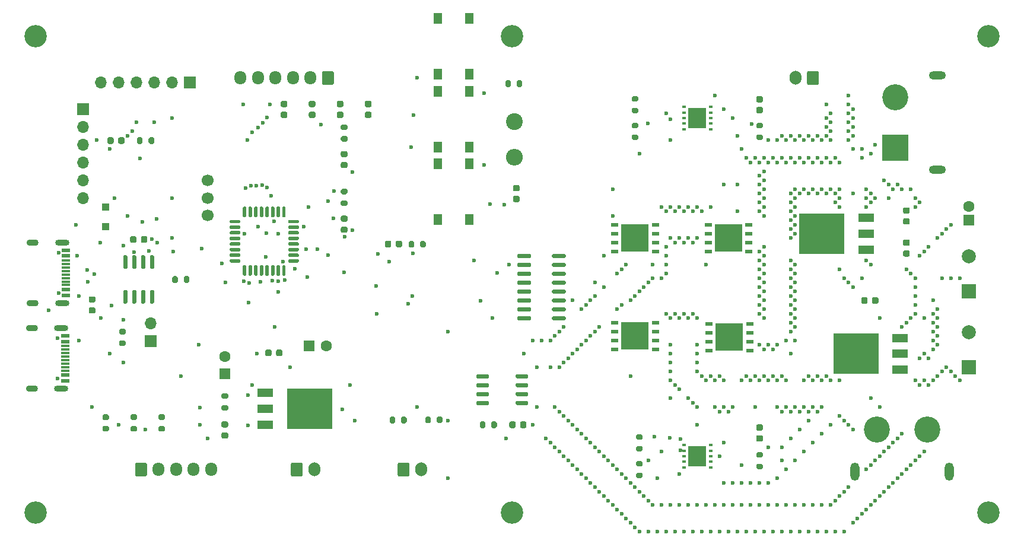
<source format=gts>
G04 #@! TF.GenerationSoftware,KiCad,Pcbnew,(5.1.12)-1*
G04 #@! TF.CreationDate,2022-01-12T16:51:38+09:00*
G04 #@! TF.ProjectId,NHK2022_MD_product,4e484b32-3032-4325-9f4d-445f70726f64,rev?*
G04 #@! TF.SameCoordinates,PX3c8eee0PY853a720*
G04 #@! TF.FileFunction,Soldermask,Top*
G04 #@! TF.FilePolarity,Negative*
%FSLAX46Y46*%
G04 Gerber Fmt 4.6, Leading zero omitted, Abs format (unit mm)*
G04 Created by KiCad (PCBNEW (5.1.12)-1) date 2022-01-12 16:51:38*
%MOMM*%
%LPD*%
G01*
G04 APERTURE LIST*
%ADD10R,1.100000X0.500000*%
%ADD11R,4.000000X4.000000*%
%ADD12O,2.000000X0.900000*%
%ADD13O,1.700000X0.900000*%
%ADD14R,1.160000X0.300000*%
%ADD15C,0.600000*%
%ADD16R,1.160000X0.600000*%
%ADD17C,3.200000*%
%ADD18R,1.600000X1.600000*%
%ADD19C,1.600000*%
%ADD20C,2.000000*%
%ADD21R,2.000000X2.000000*%
%ADD22R,1.100000X1.100000*%
%ADD23R,1.700000X1.700000*%
%ADD24O,1.700000X1.700000*%
%ADD25C,2.400000*%
%ADD26O,2.400000X2.400000*%
%ADD27R,1.300000X1.550000*%
%ADD28R,0.600000X0.300000*%
%ADD29R,2.600000X3.000000*%
%ADD30R,2.200000X1.200000*%
%ADD31R,6.400000X5.800000*%
%ADD32C,1.700000*%
%ADD33C,3.716000*%
%ADD34O,1.300000X2.600000*%
%ADD35R,3.716000X3.716000*%
%ADD36O,2.400000X1.200000*%
%ADD37O,1.700000X2.000000*%
%ADD38O,1.700000X1.950000*%
G04 APERTURE END LIST*
D10*
X73935000Y12065000D03*
X79735000Y9525000D03*
X73935000Y8255000D03*
D11*
X76835000Y10160000D03*
D10*
X73935000Y9525000D03*
X79735000Y12065000D03*
X79735000Y8255000D03*
X73935000Y10795000D03*
X79735000Y10795000D03*
X87405000Y11930000D03*
X93205000Y9390000D03*
X87405000Y8120000D03*
D11*
X90305000Y10025000D03*
D10*
X87405000Y9390000D03*
X93205000Y11930000D03*
X93205000Y8120000D03*
X87405000Y10660000D03*
X93205000Y10660000D03*
X73935000Y26035000D03*
X79735000Y23495000D03*
X73935000Y22225000D03*
D11*
X76835000Y24130000D03*
D10*
X73935000Y23495000D03*
X79735000Y26035000D03*
X79735000Y22225000D03*
X73935000Y24765000D03*
X79735000Y24765000D03*
X87270000Y26035000D03*
X93070000Y23495000D03*
X87270000Y22225000D03*
D11*
X90170000Y24130000D03*
D10*
X87270000Y23495000D03*
X93070000Y26035000D03*
X93070000Y22225000D03*
X87270000Y24765000D03*
X93070000Y24765000D03*
D12*
X-4930000Y23515000D03*
X-4930000Y14875000D03*
D13*
X-9100000Y23515000D03*
X-9100000Y14875000D03*
D14*
X-4350000Y19945000D03*
X-4350000Y19445000D03*
X-4350000Y18945000D03*
X-4350000Y20945000D03*
X-4350000Y20445000D03*
X-4350000Y17945000D03*
X-4350000Y18445000D03*
X-4350000Y17445000D03*
D15*
X-5410000Y16305000D03*
X-5410000Y22085000D03*
D16*
X-4350000Y21595000D03*
X-4350000Y21595000D03*
X-4350000Y22395000D03*
X-4350000Y22395000D03*
X-4350000Y16795000D03*
X-4350000Y15995000D03*
X-4350000Y16795000D03*
X-4350000Y15995000D03*
D17*
X-8700000Y-15050000D03*
X127300000Y-15050000D03*
X59300000Y-15050000D03*
X127300000Y52950000D03*
X59300000Y52950000D03*
X-8700000Y52950000D03*
G36*
G01*
X94865000Y-3345000D02*
X94365000Y-3345000D01*
G75*
G02*
X94140000Y-3120000I0J225000D01*
G01*
X94140000Y-2670000D01*
G75*
G02*
X94365000Y-2445000I225000J0D01*
G01*
X94865000Y-2445000D01*
G75*
G02*
X95090000Y-2670000I0J-225000D01*
G01*
X95090000Y-3120000D01*
G75*
G02*
X94865000Y-3345000I-225000J0D01*
G01*
G37*
G36*
G01*
X94865000Y-4895000D02*
X94365000Y-4895000D01*
G75*
G02*
X94140000Y-4670000I0J225000D01*
G01*
X94140000Y-4220000D01*
G75*
G02*
X94365000Y-3995000I225000J0D01*
G01*
X94865000Y-3995000D01*
G75*
G02*
X95090000Y-4220000I0J-225000D01*
G01*
X95090000Y-4670000D01*
G75*
G02*
X94865000Y-4895000I-225000J0D01*
G01*
G37*
G36*
G01*
X94865000Y41955000D02*
X94365000Y41955000D01*
G75*
G02*
X94140000Y42180000I0J225000D01*
G01*
X94140000Y42630000D01*
G75*
G02*
X94365000Y42855000I225000J0D01*
G01*
X94865000Y42855000D01*
G75*
G02*
X95090000Y42630000I0J-225000D01*
G01*
X95090000Y42180000D01*
G75*
G02*
X94865000Y41955000I-225000J0D01*
G01*
G37*
G36*
G01*
X94865000Y43505000D02*
X94365000Y43505000D01*
G75*
G02*
X94140000Y43730000I0J225000D01*
G01*
X94140000Y44180000D01*
G75*
G02*
X94365000Y44405000I225000J0D01*
G01*
X94865000Y44405000D01*
G75*
G02*
X95090000Y44180000I0J-225000D01*
G01*
X95090000Y43730000D01*
G75*
G02*
X94865000Y43505000I-225000J0D01*
G01*
G37*
G36*
G01*
X109125000Y14990000D02*
X109125000Y15490000D01*
G75*
G02*
X109350000Y15715000I225000J0D01*
G01*
X109800000Y15715000D01*
G75*
G02*
X110025000Y15490000I0J-225000D01*
G01*
X110025000Y14990000D01*
G75*
G02*
X109800000Y14765000I-225000J0D01*
G01*
X109350000Y14765000D01*
G75*
G02*
X109125000Y14990000I0J225000D01*
G01*
G37*
G36*
G01*
X110675000Y14990000D02*
X110675000Y15490000D01*
G75*
G02*
X110900000Y15715000I225000J0D01*
G01*
X111350000Y15715000D01*
G75*
G02*
X111575000Y15490000I0J-225000D01*
G01*
X111575000Y14990000D01*
G75*
G02*
X111350000Y14765000I-225000J0D01*
G01*
X110900000Y14765000D01*
G75*
G02*
X110675000Y14990000I0J225000D01*
G01*
G37*
D18*
X124460000Y26670000D03*
D19*
X124460000Y28670000D03*
G36*
G01*
X41150000Y23050000D02*
X41150000Y23550000D01*
G75*
G02*
X41375000Y23775000I225000J0D01*
G01*
X41825000Y23775000D01*
G75*
G02*
X42050000Y23550000I0J-225000D01*
G01*
X42050000Y23050000D01*
G75*
G02*
X41825000Y22825000I-225000J0D01*
G01*
X41375000Y22825000D01*
G75*
G02*
X41150000Y23050000I0J225000D01*
G01*
G37*
G36*
G01*
X42700000Y23050000D02*
X42700000Y23550000D01*
G75*
G02*
X42925000Y23775000I225000J0D01*
G01*
X43375000Y23775000D01*
G75*
G02*
X43600000Y23550000I0J-225000D01*
G01*
X43600000Y23050000D01*
G75*
G02*
X43375000Y22825000I-225000J0D01*
G01*
X42925000Y22825000D01*
G75*
G02*
X42700000Y23050000I0J225000D01*
G01*
G37*
G36*
G01*
X59805000Y-2240000D02*
X59805000Y-2740000D01*
G75*
G02*
X59580000Y-2965000I-225000J0D01*
G01*
X59130000Y-2965000D01*
G75*
G02*
X58905000Y-2740000I0J225000D01*
G01*
X58905000Y-2240000D01*
G75*
G02*
X59130000Y-2015000I225000J0D01*
G01*
X59580000Y-2015000D01*
G75*
G02*
X59805000Y-2240000I0J-225000D01*
G01*
G37*
G36*
G01*
X61355000Y-2240000D02*
X61355000Y-2740000D01*
G75*
G02*
X61130000Y-2965000I-225000J0D01*
G01*
X60680000Y-2965000D01*
G75*
G02*
X60455000Y-2740000I0J225000D01*
G01*
X60455000Y-2240000D01*
G75*
G02*
X60680000Y-2015000I225000J0D01*
G01*
X61130000Y-2015000D01*
G75*
G02*
X61355000Y-2240000I0J-225000D01*
G01*
G37*
D20*
X124460000Y21510000D03*
D21*
X124460000Y16510000D03*
G36*
G01*
X115820000Y27630000D02*
X115320000Y27630000D01*
G75*
G02*
X115095000Y27855000I0J225000D01*
G01*
X115095000Y28305000D01*
G75*
G02*
X115320000Y28530000I225000J0D01*
G01*
X115820000Y28530000D01*
G75*
G02*
X116045000Y28305000I0J-225000D01*
G01*
X116045000Y27855000D01*
G75*
G02*
X115820000Y27630000I-225000J0D01*
G01*
G37*
G36*
G01*
X115820000Y26080000D02*
X115320000Y26080000D01*
G75*
G02*
X115095000Y26305000I0J225000D01*
G01*
X115095000Y26755000D01*
G75*
G02*
X115320000Y26980000I225000J0D01*
G01*
X115820000Y26980000D01*
G75*
G02*
X116045000Y26755000I0J-225000D01*
G01*
X116045000Y26305000D01*
G75*
G02*
X115820000Y26080000I-225000J0D01*
G01*
G37*
G36*
G01*
X115820000Y23045000D02*
X115320000Y23045000D01*
G75*
G02*
X115095000Y23270000I0J225000D01*
G01*
X115095000Y23720000D01*
G75*
G02*
X115320000Y23945000I225000J0D01*
G01*
X115820000Y23945000D01*
G75*
G02*
X116045000Y23720000I0J-225000D01*
G01*
X116045000Y23270000D01*
G75*
G02*
X115820000Y23045000I-225000J0D01*
G01*
G37*
G36*
G01*
X115820000Y21495000D02*
X115320000Y21495000D01*
G75*
G02*
X115095000Y21720000I0J225000D01*
G01*
X115095000Y22170000D01*
G75*
G02*
X115320000Y22395000I225000J0D01*
G01*
X115820000Y22395000D01*
G75*
G02*
X116045000Y22170000I0J-225000D01*
G01*
X116045000Y21720000D01*
G75*
G02*
X115820000Y21495000I-225000J0D01*
G01*
G37*
X124460000Y5715000D03*
D20*
X124460000Y10715000D03*
G36*
G01*
X1540000Y37810000D02*
X1540000Y38310000D01*
G75*
G02*
X1765000Y38535000I225000J0D01*
G01*
X2215000Y38535000D01*
G75*
G02*
X2440000Y38310000I0J-225000D01*
G01*
X2440000Y37810000D01*
G75*
G02*
X2215000Y37585000I-225000J0D01*
G01*
X1765000Y37585000D01*
G75*
G02*
X1540000Y37810000I0J225000D01*
G01*
G37*
G36*
G01*
X3090000Y37810000D02*
X3090000Y38310000D01*
G75*
G02*
X3315000Y38535000I225000J0D01*
G01*
X3765000Y38535000D01*
G75*
G02*
X3990000Y38310000I0J-225000D01*
G01*
X3990000Y37810000D01*
G75*
G02*
X3765000Y37585000I-225000J0D01*
G01*
X3315000Y37585000D01*
G75*
G02*
X3090000Y37810000I0J225000D01*
G01*
G37*
D18*
X30300000Y8760000D03*
D19*
X32800000Y8760000D03*
G36*
G01*
X25625000Y7510000D02*
X25625000Y8010000D01*
G75*
G02*
X25850000Y8235000I225000J0D01*
G01*
X26300000Y8235000D01*
G75*
G02*
X26525000Y8010000I0J-225000D01*
G01*
X26525000Y7510000D01*
G75*
G02*
X26300000Y7285000I-225000J0D01*
G01*
X25850000Y7285000D01*
G75*
G02*
X25625000Y7510000I0J225000D01*
G01*
G37*
G36*
G01*
X24075000Y7510000D02*
X24075000Y8010000D01*
G75*
G02*
X24300000Y8235000I225000J0D01*
G01*
X24750000Y8235000D01*
G75*
G02*
X24975000Y8010000I0J-225000D01*
G01*
X24975000Y7510000D01*
G75*
G02*
X24750000Y7285000I-225000J0D01*
G01*
X24300000Y7285000D01*
G75*
G02*
X24075000Y7510000I0J225000D01*
G01*
G37*
G36*
G01*
X27010000Y41285000D02*
X26510000Y41285000D01*
G75*
G02*
X26285000Y41510000I0J225000D01*
G01*
X26285000Y41960000D01*
G75*
G02*
X26510000Y42185000I225000J0D01*
G01*
X27010000Y42185000D01*
G75*
G02*
X27235000Y41960000I0J-225000D01*
G01*
X27235000Y41510000D01*
G75*
G02*
X27010000Y41285000I-225000J0D01*
G01*
G37*
G36*
G01*
X27010000Y42835000D02*
X26510000Y42835000D01*
G75*
G02*
X26285000Y43060000I0J225000D01*
G01*
X26285000Y43510000D01*
G75*
G02*
X26510000Y43735000I225000J0D01*
G01*
X27010000Y43735000D01*
G75*
G02*
X27235000Y43510000I0J-225000D01*
G01*
X27235000Y43060000D01*
G75*
G02*
X27010000Y42835000I-225000J0D01*
G01*
G37*
G36*
G01*
X31010000Y42835000D02*
X30510000Y42835000D01*
G75*
G02*
X30285000Y43060000I0J225000D01*
G01*
X30285000Y43510000D01*
G75*
G02*
X30510000Y43735000I225000J0D01*
G01*
X31010000Y43735000D01*
G75*
G02*
X31235000Y43510000I0J-225000D01*
G01*
X31235000Y43060000D01*
G75*
G02*
X31010000Y42835000I-225000J0D01*
G01*
G37*
G36*
G01*
X31010000Y41285000D02*
X30510000Y41285000D01*
G75*
G02*
X30285000Y41510000I0J225000D01*
G01*
X30285000Y41960000D01*
G75*
G02*
X30510000Y42185000I225000J0D01*
G01*
X31010000Y42185000D01*
G75*
G02*
X31235000Y41960000I0J-225000D01*
G01*
X31235000Y41510000D01*
G75*
G02*
X31010000Y41285000I-225000J0D01*
G01*
G37*
X18300000Y7260000D03*
D18*
X18300000Y4760000D03*
G36*
G01*
X35010000Y41285000D02*
X34510000Y41285000D01*
G75*
G02*
X34285000Y41510000I0J225000D01*
G01*
X34285000Y41960000D01*
G75*
G02*
X34510000Y42185000I225000J0D01*
G01*
X35010000Y42185000D01*
G75*
G02*
X35235000Y41960000I0J-225000D01*
G01*
X35235000Y41510000D01*
G75*
G02*
X35010000Y41285000I-225000J0D01*
G01*
G37*
G36*
G01*
X35010000Y42835000D02*
X34510000Y42835000D01*
G75*
G02*
X34285000Y43060000I0J225000D01*
G01*
X34285000Y43510000D01*
G75*
G02*
X34510000Y43735000I225000J0D01*
G01*
X35010000Y43735000D01*
G75*
G02*
X35235000Y43510000I0J-225000D01*
G01*
X35235000Y43060000D01*
G75*
G02*
X35010000Y42835000I-225000J0D01*
G01*
G37*
G36*
G01*
X39010000Y42835000D02*
X38510000Y42835000D01*
G75*
G02*
X38285000Y43060000I0J225000D01*
G01*
X38285000Y43510000D01*
G75*
G02*
X38510000Y43735000I225000J0D01*
G01*
X39010000Y43735000D01*
G75*
G02*
X39235000Y43510000I0J-225000D01*
G01*
X39235000Y43060000D01*
G75*
G02*
X39010000Y42835000I-225000J0D01*
G01*
G37*
G36*
G01*
X39010000Y41285000D02*
X38510000Y41285000D01*
G75*
G02*
X38285000Y41510000I0J225000D01*
G01*
X38285000Y41960000D01*
G75*
G02*
X38510000Y42185000I225000J0D01*
G01*
X39010000Y42185000D01*
G75*
G02*
X39235000Y41960000I0J-225000D01*
G01*
X39235000Y41510000D01*
G75*
G02*
X39010000Y41285000I-225000J0D01*
G01*
G37*
G36*
G01*
X4785000Y23700000D02*
X4785000Y24200000D01*
G75*
G02*
X5010000Y24425000I225000J0D01*
G01*
X5460000Y24425000D01*
G75*
G02*
X5685000Y24200000I0J-225000D01*
G01*
X5685000Y23700000D01*
G75*
G02*
X5460000Y23475000I-225000J0D01*
G01*
X5010000Y23475000D01*
G75*
G02*
X4785000Y23700000I0J225000D01*
G01*
G37*
G36*
G01*
X6335000Y23700000D02*
X6335000Y24200000D01*
G75*
G02*
X6560000Y24425000I225000J0D01*
G01*
X7010000Y24425000D01*
G75*
G02*
X7235000Y24200000I0J-225000D01*
G01*
X7235000Y23700000D01*
G75*
G02*
X7010000Y23475000I-225000J0D01*
G01*
X6560000Y23475000D01*
G75*
G02*
X6335000Y23700000I0J225000D01*
G01*
G37*
G36*
G01*
X60150000Y29275000D02*
X59650000Y29275000D01*
G75*
G02*
X59425000Y29500000I0J225000D01*
G01*
X59425000Y29950000D01*
G75*
G02*
X59650000Y30175000I225000J0D01*
G01*
X60150000Y30175000D01*
G75*
G02*
X60375000Y29950000I0J-225000D01*
G01*
X60375000Y29500000D01*
G75*
G02*
X60150000Y29275000I-225000J0D01*
G01*
G37*
G36*
G01*
X60150000Y30825000D02*
X59650000Y30825000D01*
G75*
G02*
X59425000Y31050000I0J225000D01*
G01*
X59425000Y31500000D01*
G75*
G02*
X59650000Y31725000I225000J0D01*
G01*
X60150000Y31725000D01*
G75*
G02*
X60375000Y31500000I0J-225000D01*
G01*
X60375000Y31050000D01*
G75*
G02*
X60150000Y30825000I-225000J0D01*
G01*
G37*
D22*
X1270000Y25775000D03*
X1270000Y28575000D03*
G36*
G01*
X18556250Y-4465000D02*
X18043750Y-4465000D01*
G75*
G02*
X17825000Y-4246250I0J218750D01*
G01*
X17825000Y-3808750D01*
G75*
G02*
X18043750Y-3590000I218750J0D01*
G01*
X18556250Y-3590000D01*
G75*
G02*
X18775000Y-3808750I0J-218750D01*
G01*
X18775000Y-4246250D01*
G75*
G02*
X18556250Y-4465000I-218750J0D01*
G01*
G37*
G36*
G01*
X18556250Y-2890000D02*
X18043750Y-2890000D01*
G75*
G02*
X17825000Y-2671250I0J218750D01*
G01*
X17825000Y-2233750D01*
G75*
G02*
X18043750Y-2015000I218750J0D01*
G01*
X18556250Y-2015000D01*
G75*
G02*
X18775000Y-2233750I0J-218750D01*
G01*
X18775000Y-2671250D01*
G75*
G02*
X18556250Y-2890000I-218750J0D01*
G01*
G37*
G36*
G01*
X35591250Y34122500D02*
X35078750Y34122500D01*
G75*
G02*
X34860000Y34341250I0J218750D01*
G01*
X34860000Y34778750D01*
G75*
G02*
X35078750Y34997500I218750J0D01*
G01*
X35591250Y34997500D01*
G75*
G02*
X35810000Y34778750I0J-218750D01*
G01*
X35810000Y34341250D01*
G75*
G02*
X35591250Y34122500I-218750J0D01*
G01*
G37*
G36*
G01*
X35591250Y35697500D02*
X35078750Y35697500D01*
G75*
G02*
X34860000Y35916250I0J218750D01*
G01*
X34860000Y36353750D01*
G75*
G02*
X35078750Y36572500I218750J0D01*
G01*
X35591250Y36572500D01*
G75*
G02*
X35810000Y36353750I0J-218750D01*
G01*
X35810000Y35916250D01*
G75*
G02*
X35591250Y35697500I-218750J0D01*
G01*
G37*
G36*
G01*
X35591250Y26485000D02*
X35078750Y26485000D01*
G75*
G02*
X34860000Y26703750I0J218750D01*
G01*
X34860000Y27141250D01*
G75*
G02*
X35078750Y27360000I218750J0D01*
G01*
X35591250Y27360000D01*
G75*
G02*
X35810000Y27141250I0J-218750D01*
G01*
X35810000Y26703750D01*
G75*
G02*
X35591250Y26485000I-218750J0D01*
G01*
G37*
G36*
G01*
X35591250Y24910000D02*
X35078750Y24910000D01*
G75*
G02*
X34860000Y25128750I0J218750D01*
G01*
X34860000Y25566250D01*
G75*
G02*
X35078750Y25785000I218750J0D01*
G01*
X35591250Y25785000D01*
G75*
G02*
X35810000Y25566250I0J-218750D01*
G01*
X35810000Y25128750D01*
G75*
G02*
X35591250Y24910000I-218750J0D01*
G01*
G37*
D23*
X7750000Y9450000D03*
D24*
X7750000Y11990000D03*
D25*
X59660000Y40780000D03*
D26*
X59660000Y35700000D03*
G36*
G01*
X77195000Y-5505000D02*
X77745000Y-5505000D01*
G75*
G02*
X77945000Y-5705000I0J-200000D01*
G01*
X77945000Y-6105000D01*
G75*
G02*
X77745000Y-6305000I-200000J0D01*
G01*
X77195000Y-6305000D01*
G75*
G02*
X76995000Y-6105000I0J200000D01*
G01*
X76995000Y-5705000D01*
G75*
G02*
X77195000Y-5505000I200000J0D01*
G01*
G37*
G36*
G01*
X77195000Y-3855000D02*
X77745000Y-3855000D01*
G75*
G02*
X77945000Y-4055000I0J-200000D01*
G01*
X77945000Y-4455000D01*
G75*
G02*
X77745000Y-4655000I-200000J0D01*
G01*
X77195000Y-4655000D01*
G75*
G02*
X76995000Y-4455000I0J200000D01*
G01*
X76995000Y-4055000D01*
G75*
G02*
X77195000Y-3855000I200000J0D01*
G01*
G37*
G36*
G01*
X77195000Y-7665000D02*
X77745000Y-7665000D01*
G75*
G02*
X77945000Y-7865000I0J-200000D01*
G01*
X77945000Y-8265000D01*
G75*
G02*
X77745000Y-8465000I-200000J0D01*
G01*
X77195000Y-8465000D01*
G75*
G02*
X76995000Y-8265000I0J200000D01*
G01*
X76995000Y-7865000D01*
G75*
G02*
X77195000Y-7665000I200000J0D01*
G01*
G37*
G36*
G01*
X77195000Y-9315000D02*
X77745000Y-9315000D01*
G75*
G02*
X77945000Y-9515000I0J-200000D01*
G01*
X77945000Y-9915000D01*
G75*
G02*
X77745000Y-10115000I-200000J0D01*
G01*
X77195000Y-10115000D01*
G75*
G02*
X76995000Y-9915000I0J200000D01*
G01*
X76995000Y-9515000D01*
G75*
G02*
X77195000Y-9315000I200000J0D01*
G01*
G37*
G36*
G01*
X94340000Y-8045000D02*
X94890000Y-8045000D01*
G75*
G02*
X95090000Y-8245000I0J-200000D01*
G01*
X95090000Y-8645000D01*
G75*
G02*
X94890000Y-8845000I-200000J0D01*
G01*
X94340000Y-8845000D01*
G75*
G02*
X94140000Y-8645000I0J200000D01*
G01*
X94140000Y-8245000D01*
G75*
G02*
X94340000Y-8045000I200000J0D01*
G01*
G37*
G36*
G01*
X94340000Y-6395000D02*
X94890000Y-6395000D01*
G75*
G02*
X95090000Y-6595000I0J-200000D01*
G01*
X95090000Y-6995000D01*
G75*
G02*
X94890000Y-7195000I-200000J0D01*
G01*
X94340000Y-7195000D01*
G75*
G02*
X94140000Y-6995000I0J200000D01*
G01*
X94140000Y-6595000D01*
G75*
G02*
X94340000Y-6395000I200000J0D01*
G01*
G37*
G36*
G01*
X94340000Y38945000D02*
X94890000Y38945000D01*
G75*
G02*
X95090000Y38745000I0J-200000D01*
G01*
X95090000Y38345000D01*
G75*
G02*
X94890000Y38145000I-200000J0D01*
G01*
X94340000Y38145000D01*
G75*
G02*
X94140000Y38345000I0J200000D01*
G01*
X94140000Y38745000D01*
G75*
G02*
X94340000Y38945000I200000J0D01*
G01*
G37*
G36*
G01*
X94340000Y40595000D02*
X94890000Y40595000D01*
G75*
G02*
X95090000Y40395000I0J-200000D01*
G01*
X95090000Y39995000D01*
G75*
G02*
X94890000Y39795000I-200000J0D01*
G01*
X94340000Y39795000D01*
G75*
G02*
X94140000Y39995000I0J200000D01*
G01*
X94140000Y40395000D01*
G75*
G02*
X94340000Y40595000I200000J0D01*
G01*
G37*
G36*
G01*
X76560000Y40595000D02*
X77110000Y40595000D01*
G75*
G02*
X77310000Y40395000I0J-200000D01*
G01*
X77310000Y39995000D01*
G75*
G02*
X77110000Y39795000I-200000J0D01*
G01*
X76560000Y39795000D01*
G75*
G02*
X76360000Y39995000I0J200000D01*
G01*
X76360000Y40395000D01*
G75*
G02*
X76560000Y40595000I200000J0D01*
G01*
G37*
G36*
G01*
X76560000Y38945000D02*
X77110000Y38945000D01*
G75*
G02*
X77310000Y38745000I0J-200000D01*
G01*
X77310000Y38345000D01*
G75*
G02*
X77110000Y38145000I-200000J0D01*
G01*
X76560000Y38145000D01*
G75*
G02*
X76360000Y38345000I0J200000D01*
G01*
X76360000Y38745000D01*
G75*
G02*
X76560000Y38945000I200000J0D01*
G01*
G37*
G36*
G01*
X76560000Y42755000D02*
X77110000Y42755000D01*
G75*
G02*
X77310000Y42555000I0J-200000D01*
G01*
X77310000Y42155000D01*
G75*
G02*
X77110000Y41955000I-200000J0D01*
G01*
X76560000Y41955000D01*
G75*
G02*
X76360000Y42155000I0J200000D01*
G01*
X76360000Y42555000D01*
G75*
G02*
X76560000Y42755000I200000J0D01*
G01*
G37*
G36*
G01*
X76560000Y44405000D02*
X77110000Y44405000D01*
G75*
G02*
X77310000Y44205000I0J-200000D01*
G01*
X77310000Y43805000D01*
G75*
G02*
X77110000Y43605000I-200000J0D01*
G01*
X76560000Y43605000D01*
G75*
G02*
X76360000Y43805000I0J200000D01*
G01*
X76360000Y44205000D01*
G75*
G02*
X76560000Y44405000I200000J0D01*
G01*
G37*
G36*
G01*
X57130000Y-2215000D02*
X57130000Y-2765000D01*
G75*
G02*
X56930000Y-2965000I-200000J0D01*
G01*
X56530000Y-2965000D01*
G75*
G02*
X56330000Y-2765000I0J200000D01*
G01*
X56330000Y-2215000D01*
G75*
G02*
X56530000Y-2015000I200000J0D01*
G01*
X56930000Y-2015000D01*
G75*
G02*
X57130000Y-2215000I0J-200000D01*
G01*
G37*
G36*
G01*
X55480000Y-2215000D02*
X55480000Y-2765000D01*
G75*
G02*
X55280000Y-2965000I-200000J0D01*
G01*
X54880000Y-2965000D01*
G75*
G02*
X54680000Y-2765000I0J200000D01*
G01*
X54680000Y-2215000D01*
G75*
G02*
X54880000Y-2015000I200000J0D01*
G01*
X55280000Y-2015000D01*
G75*
G02*
X55480000Y-2215000I0J-200000D01*
G01*
G37*
G36*
G01*
X8215000Y38335000D02*
X8215000Y37785000D01*
G75*
G02*
X8015000Y37585000I-200000J0D01*
G01*
X7615000Y37585000D01*
G75*
G02*
X7415000Y37785000I0J200000D01*
G01*
X7415000Y38335000D01*
G75*
G02*
X7615000Y38535000I200000J0D01*
G01*
X8015000Y38535000D01*
G75*
G02*
X8215000Y38335000I0J-200000D01*
G01*
G37*
G36*
G01*
X6565000Y38335000D02*
X6565000Y37785000D01*
G75*
G02*
X6365000Y37585000I-200000J0D01*
G01*
X5965000Y37585000D01*
G75*
G02*
X5765000Y37785000I0J200000D01*
G01*
X5765000Y38335000D01*
G75*
G02*
X5965000Y38535000I200000J0D01*
G01*
X6365000Y38535000D01*
G75*
G02*
X6565000Y38335000I0J-200000D01*
G01*
G37*
G36*
G01*
X13245000Y18515000D02*
X13245000Y17965000D01*
G75*
G02*
X13045000Y17765000I-200000J0D01*
G01*
X12645000Y17765000D01*
G75*
G02*
X12445000Y17965000I0J200000D01*
G01*
X12445000Y18515000D01*
G75*
G02*
X12645000Y18715000I200000J0D01*
G01*
X13045000Y18715000D01*
G75*
G02*
X13245000Y18515000I0J-200000D01*
G01*
G37*
G36*
G01*
X11595000Y18515000D02*
X11595000Y17965000D01*
G75*
G02*
X11395000Y17765000I-200000J0D01*
G01*
X10995000Y17765000D01*
G75*
G02*
X10795000Y17965000I0J200000D01*
G01*
X10795000Y18515000D01*
G75*
G02*
X10995000Y18715000I200000J0D01*
G01*
X11395000Y18715000D01*
G75*
G02*
X11595000Y18515000I0J-200000D01*
G01*
G37*
G36*
G01*
X18575000Y-465000D02*
X18025000Y-465000D01*
G75*
G02*
X17825000Y-265000I0J200000D01*
G01*
X17825000Y135000D01*
G75*
G02*
X18025000Y335000I200000J0D01*
G01*
X18575000Y335000D01*
G75*
G02*
X18775000Y135000I0J-200000D01*
G01*
X18775000Y-265000D01*
G75*
G02*
X18575000Y-465000I-200000J0D01*
G01*
G37*
G36*
G01*
X18575000Y1185000D02*
X18025000Y1185000D01*
G75*
G02*
X17825000Y1385000I0J200000D01*
G01*
X17825000Y1785000D01*
G75*
G02*
X18025000Y1985000I200000J0D01*
G01*
X18575000Y1985000D01*
G75*
G02*
X18775000Y1785000I0J-200000D01*
G01*
X18775000Y1385000D01*
G75*
G02*
X18575000Y1185000I-200000J0D01*
G01*
G37*
G36*
G01*
X1575000Y-3465000D02*
X1025000Y-3465000D01*
G75*
G02*
X825000Y-3265000I0J200000D01*
G01*
X825000Y-2865000D01*
G75*
G02*
X1025000Y-2665000I200000J0D01*
G01*
X1575000Y-2665000D01*
G75*
G02*
X1775000Y-2865000I0J-200000D01*
G01*
X1775000Y-3265000D01*
G75*
G02*
X1575000Y-3465000I-200000J0D01*
G01*
G37*
G36*
G01*
X1575000Y-1815000D02*
X1025000Y-1815000D01*
G75*
G02*
X825000Y-1615000I0J200000D01*
G01*
X825000Y-1215000D01*
G75*
G02*
X1025000Y-1015000I200000J0D01*
G01*
X1575000Y-1015000D01*
G75*
G02*
X1775000Y-1215000I0J-200000D01*
G01*
X1775000Y-1615000D01*
G75*
G02*
X1575000Y-1815000I-200000J0D01*
G01*
G37*
G36*
G01*
X3415000Y11185000D02*
X3965000Y11185000D01*
G75*
G02*
X4165000Y10985000I0J-200000D01*
G01*
X4165000Y10585000D01*
G75*
G02*
X3965000Y10385000I-200000J0D01*
G01*
X3415000Y10385000D01*
G75*
G02*
X3215000Y10585000I0J200000D01*
G01*
X3215000Y10985000D01*
G75*
G02*
X3415000Y11185000I200000J0D01*
G01*
G37*
G36*
G01*
X3415000Y9535000D02*
X3965000Y9535000D01*
G75*
G02*
X4165000Y9335000I0J-200000D01*
G01*
X4165000Y8935000D01*
G75*
G02*
X3965000Y8735000I-200000J0D01*
G01*
X3415000Y8735000D01*
G75*
G02*
X3215000Y8935000I0J200000D01*
G01*
X3215000Y9335000D01*
G75*
G02*
X3415000Y9535000I200000J0D01*
G01*
G37*
G36*
G01*
X5575000Y-1815000D02*
X5025000Y-1815000D01*
G75*
G02*
X4825000Y-1615000I0J200000D01*
G01*
X4825000Y-1215000D01*
G75*
G02*
X5025000Y-1015000I200000J0D01*
G01*
X5575000Y-1015000D01*
G75*
G02*
X5775000Y-1215000I0J-200000D01*
G01*
X5775000Y-1615000D01*
G75*
G02*
X5575000Y-1815000I-200000J0D01*
G01*
G37*
G36*
G01*
X5575000Y-3465000D02*
X5025000Y-3465000D01*
G75*
G02*
X4825000Y-3265000I0J200000D01*
G01*
X4825000Y-2865000D01*
G75*
G02*
X5025000Y-2665000I200000J0D01*
G01*
X5575000Y-2665000D01*
G75*
G02*
X5775000Y-2865000I0J-200000D01*
G01*
X5775000Y-3265000D01*
G75*
G02*
X5575000Y-3465000I-200000J0D01*
G01*
G37*
G36*
G01*
X9575000Y-3465000D02*
X9025000Y-3465000D01*
G75*
G02*
X8825000Y-3265000I0J200000D01*
G01*
X8825000Y-2865000D01*
G75*
G02*
X9025000Y-2665000I200000J0D01*
G01*
X9575000Y-2665000D01*
G75*
G02*
X9775000Y-2865000I0J-200000D01*
G01*
X9775000Y-3265000D01*
G75*
G02*
X9575000Y-3465000I-200000J0D01*
G01*
G37*
G36*
G01*
X9575000Y-1815000D02*
X9025000Y-1815000D01*
G75*
G02*
X8825000Y-1615000I0J200000D01*
G01*
X8825000Y-1215000D01*
G75*
G02*
X9025000Y-1015000I200000J0D01*
G01*
X9575000Y-1015000D01*
G75*
G02*
X9775000Y-1215000I0J-200000D01*
G01*
X9775000Y-1615000D01*
G75*
G02*
X9575000Y-1815000I-200000J0D01*
G01*
G37*
G36*
G01*
X35610000Y39560000D02*
X35060000Y39560000D01*
G75*
G02*
X34860000Y39760000I0J200000D01*
G01*
X34860000Y40160000D01*
G75*
G02*
X35060000Y40360000I200000J0D01*
G01*
X35610000Y40360000D01*
G75*
G02*
X35810000Y40160000I0J-200000D01*
G01*
X35810000Y39760000D01*
G75*
G02*
X35610000Y39560000I-200000J0D01*
G01*
G37*
G36*
G01*
X35610000Y37910000D02*
X35060000Y37910000D01*
G75*
G02*
X34860000Y38110000I0J200000D01*
G01*
X34860000Y38510000D01*
G75*
G02*
X35060000Y38710000I200000J0D01*
G01*
X35610000Y38710000D01*
G75*
G02*
X35810000Y38510000I0J-200000D01*
G01*
X35810000Y38110000D01*
G75*
G02*
X35610000Y37910000I-200000J0D01*
G01*
G37*
G36*
G01*
X44520000Y22985000D02*
X44520000Y23535000D01*
G75*
G02*
X44720000Y23735000I200000J0D01*
G01*
X45120000Y23735000D01*
G75*
G02*
X45320000Y23535000I0J-200000D01*
G01*
X45320000Y22985000D01*
G75*
G02*
X45120000Y22785000I-200000J0D01*
G01*
X44720000Y22785000D01*
G75*
G02*
X44520000Y22985000I0J200000D01*
G01*
G37*
G36*
G01*
X46170000Y22985000D02*
X46170000Y23535000D01*
G75*
G02*
X46370000Y23735000I200000J0D01*
G01*
X46770000Y23735000D01*
G75*
G02*
X46970000Y23535000I0J-200000D01*
G01*
X46970000Y22985000D01*
G75*
G02*
X46770000Y22785000I-200000J0D01*
G01*
X46370000Y22785000D01*
G75*
G02*
X46170000Y22985000I0J200000D01*
G01*
G37*
G36*
G01*
X35060000Y29535000D02*
X35610000Y29535000D01*
G75*
G02*
X35810000Y29335000I0J-200000D01*
G01*
X35810000Y28935000D01*
G75*
G02*
X35610000Y28735000I-200000J0D01*
G01*
X35060000Y28735000D01*
G75*
G02*
X34860000Y28935000I0J200000D01*
G01*
X34860000Y29335000D01*
G75*
G02*
X35060000Y29535000I200000J0D01*
G01*
G37*
G36*
G01*
X35060000Y31185000D02*
X35610000Y31185000D01*
G75*
G02*
X35810000Y30985000I0J-200000D01*
G01*
X35810000Y30585000D01*
G75*
G02*
X35610000Y30385000I-200000J0D01*
G01*
X35060000Y30385000D01*
G75*
G02*
X34860000Y30585000I0J200000D01*
G01*
X34860000Y30985000D01*
G75*
G02*
X35060000Y31185000I200000J0D01*
G01*
G37*
G36*
G01*
X59965000Y45915000D02*
X59965000Y46465000D01*
G75*
G02*
X60165000Y46665000I200000J0D01*
G01*
X60565000Y46665000D01*
G75*
G02*
X60765000Y46465000I0J-200000D01*
G01*
X60765000Y45915000D01*
G75*
G02*
X60565000Y45715000I-200000J0D01*
G01*
X60165000Y45715000D01*
G75*
G02*
X59965000Y45915000I0J200000D01*
G01*
G37*
G36*
G01*
X58315000Y45915000D02*
X58315000Y46465000D01*
G75*
G02*
X58515000Y46665000I200000J0D01*
G01*
X58915000Y46665000D01*
G75*
G02*
X59115000Y46465000I0J-200000D01*
G01*
X59115000Y45915000D01*
G75*
G02*
X58915000Y45715000I-200000J0D01*
G01*
X58515000Y45715000D01*
G75*
G02*
X58315000Y45915000I0J200000D01*
G01*
G37*
G36*
G01*
X47715000Y-1520000D02*
X47715000Y-2070000D01*
G75*
G02*
X47515000Y-2270000I-200000J0D01*
G01*
X47115000Y-2270000D01*
G75*
G02*
X46915000Y-2070000I0J200000D01*
G01*
X46915000Y-1520000D01*
G75*
G02*
X47115000Y-1320000I200000J0D01*
G01*
X47515000Y-1320000D01*
G75*
G02*
X47715000Y-1520000I0J-200000D01*
G01*
G37*
G36*
G01*
X49365000Y-1520000D02*
X49365000Y-2070000D01*
G75*
G02*
X49165000Y-2270000I-200000J0D01*
G01*
X48765000Y-2270000D01*
G75*
G02*
X48565000Y-2070000I0J200000D01*
G01*
X48565000Y-1520000D01*
G75*
G02*
X48765000Y-1320000I200000J0D01*
G01*
X49165000Y-1320000D01*
G75*
G02*
X49365000Y-1520000I0J-200000D01*
G01*
G37*
G36*
G01*
X42615000Y-1540000D02*
X42615000Y-2090000D01*
G75*
G02*
X42415000Y-2290000I-200000J0D01*
G01*
X42015000Y-2290000D01*
G75*
G02*
X41815000Y-2090000I0J200000D01*
G01*
X41815000Y-1540000D01*
G75*
G02*
X42015000Y-1340000I200000J0D01*
G01*
X42415000Y-1340000D01*
G75*
G02*
X42615000Y-1540000I0J-200000D01*
G01*
G37*
G36*
G01*
X44265000Y-1540000D02*
X44265000Y-2090000D01*
G75*
G02*
X44065000Y-2290000I-200000J0D01*
G01*
X43665000Y-2290000D01*
G75*
G02*
X43465000Y-2090000I0J200000D01*
G01*
X43465000Y-1540000D01*
G75*
G02*
X43665000Y-1340000I200000J0D01*
G01*
X44065000Y-1340000D01*
G75*
G02*
X44265000Y-1540000I0J-200000D01*
G01*
G37*
D27*
X53195000Y47545000D03*
X48695000Y47545000D03*
X48695000Y55495000D03*
X53195000Y55495000D03*
X53210000Y45065000D03*
X48710000Y45065000D03*
X48710000Y37115000D03*
X53210000Y37115000D03*
X53210000Y26815000D03*
X48710000Y26815000D03*
X48710000Y34765000D03*
X53210000Y34765000D03*
D28*
X87625000Y-8585000D03*
X87625000Y-7785000D03*
X87625000Y-6985000D03*
X87625000Y-6185000D03*
X87625000Y-5385000D03*
X83825000Y-5385000D03*
X83825000Y-6185000D03*
X83825000Y-6985000D03*
X83825000Y-7785000D03*
X83825000Y-8585000D03*
D29*
X85725000Y-6985000D03*
G36*
G01*
X60050000Y21440000D02*
X60050000Y21740000D01*
G75*
G02*
X60200000Y21890000I150000J0D01*
G01*
X61850000Y21890000D01*
G75*
G02*
X62000000Y21740000I0J-150000D01*
G01*
X62000000Y21440000D01*
G75*
G02*
X61850000Y21290000I-150000J0D01*
G01*
X60200000Y21290000D01*
G75*
G02*
X60050000Y21440000I0J150000D01*
G01*
G37*
G36*
G01*
X60050000Y20170000D02*
X60050000Y20470000D01*
G75*
G02*
X60200000Y20620000I150000J0D01*
G01*
X61850000Y20620000D01*
G75*
G02*
X62000000Y20470000I0J-150000D01*
G01*
X62000000Y20170000D01*
G75*
G02*
X61850000Y20020000I-150000J0D01*
G01*
X60200000Y20020000D01*
G75*
G02*
X60050000Y20170000I0J150000D01*
G01*
G37*
G36*
G01*
X60050000Y18900000D02*
X60050000Y19200000D01*
G75*
G02*
X60200000Y19350000I150000J0D01*
G01*
X61850000Y19350000D01*
G75*
G02*
X62000000Y19200000I0J-150000D01*
G01*
X62000000Y18900000D01*
G75*
G02*
X61850000Y18750000I-150000J0D01*
G01*
X60200000Y18750000D01*
G75*
G02*
X60050000Y18900000I0J150000D01*
G01*
G37*
G36*
G01*
X60050000Y17630000D02*
X60050000Y17930000D01*
G75*
G02*
X60200000Y18080000I150000J0D01*
G01*
X61850000Y18080000D01*
G75*
G02*
X62000000Y17930000I0J-150000D01*
G01*
X62000000Y17630000D01*
G75*
G02*
X61850000Y17480000I-150000J0D01*
G01*
X60200000Y17480000D01*
G75*
G02*
X60050000Y17630000I0J150000D01*
G01*
G37*
G36*
G01*
X60050000Y16360000D02*
X60050000Y16660000D01*
G75*
G02*
X60200000Y16810000I150000J0D01*
G01*
X61850000Y16810000D01*
G75*
G02*
X62000000Y16660000I0J-150000D01*
G01*
X62000000Y16360000D01*
G75*
G02*
X61850000Y16210000I-150000J0D01*
G01*
X60200000Y16210000D01*
G75*
G02*
X60050000Y16360000I0J150000D01*
G01*
G37*
G36*
G01*
X60050000Y15090000D02*
X60050000Y15390000D01*
G75*
G02*
X60200000Y15540000I150000J0D01*
G01*
X61850000Y15540000D01*
G75*
G02*
X62000000Y15390000I0J-150000D01*
G01*
X62000000Y15090000D01*
G75*
G02*
X61850000Y14940000I-150000J0D01*
G01*
X60200000Y14940000D01*
G75*
G02*
X60050000Y15090000I0J150000D01*
G01*
G37*
G36*
G01*
X60050000Y13820000D02*
X60050000Y14120000D01*
G75*
G02*
X60200000Y14270000I150000J0D01*
G01*
X61850000Y14270000D01*
G75*
G02*
X62000000Y14120000I0J-150000D01*
G01*
X62000000Y13820000D01*
G75*
G02*
X61850000Y13670000I-150000J0D01*
G01*
X60200000Y13670000D01*
G75*
G02*
X60050000Y13820000I0J150000D01*
G01*
G37*
G36*
G01*
X60050000Y12550000D02*
X60050000Y12850000D01*
G75*
G02*
X60200000Y13000000I150000J0D01*
G01*
X61850000Y13000000D01*
G75*
G02*
X62000000Y12850000I0J-150000D01*
G01*
X62000000Y12550000D01*
G75*
G02*
X61850000Y12400000I-150000J0D01*
G01*
X60200000Y12400000D01*
G75*
G02*
X60050000Y12550000I0J150000D01*
G01*
G37*
G36*
G01*
X65000000Y12550000D02*
X65000000Y12850000D01*
G75*
G02*
X65150000Y13000000I150000J0D01*
G01*
X66800000Y13000000D01*
G75*
G02*
X66950000Y12850000I0J-150000D01*
G01*
X66950000Y12550000D01*
G75*
G02*
X66800000Y12400000I-150000J0D01*
G01*
X65150000Y12400000D01*
G75*
G02*
X65000000Y12550000I0J150000D01*
G01*
G37*
G36*
G01*
X65000000Y13820000D02*
X65000000Y14120000D01*
G75*
G02*
X65150000Y14270000I150000J0D01*
G01*
X66800000Y14270000D01*
G75*
G02*
X66950000Y14120000I0J-150000D01*
G01*
X66950000Y13820000D01*
G75*
G02*
X66800000Y13670000I-150000J0D01*
G01*
X65150000Y13670000D01*
G75*
G02*
X65000000Y13820000I0J150000D01*
G01*
G37*
G36*
G01*
X65000000Y15090000D02*
X65000000Y15390000D01*
G75*
G02*
X65150000Y15540000I150000J0D01*
G01*
X66800000Y15540000D01*
G75*
G02*
X66950000Y15390000I0J-150000D01*
G01*
X66950000Y15090000D01*
G75*
G02*
X66800000Y14940000I-150000J0D01*
G01*
X65150000Y14940000D01*
G75*
G02*
X65000000Y15090000I0J150000D01*
G01*
G37*
G36*
G01*
X65000000Y16360000D02*
X65000000Y16660000D01*
G75*
G02*
X65150000Y16810000I150000J0D01*
G01*
X66800000Y16810000D01*
G75*
G02*
X66950000Y16660000I0J-150000D01*
G01*
X66950000Y16360000D01*
G75*
G02*
X66800000Y16210000I-150000J0D01*
G01*
X65150000Y16210000D01*
G75*
G02*
X65000000Y16360000I0J150000D01*
G01*
G37*
G36*
G01*
X65000000Y17630000D02*
X65000000Y17930000D01*
G75*
G02*
X65150000Y18080000I150000J0D01*
G01*
X66800000Y18080000D01*
G75*
G02*
X66950000Y17930000I0J-150000D01*
G01*
X66950000Y17630000D01*
G75*
G02*
X66800000Y17480000I-150000J0D01*
G01*
X65150000Y17480000D01*
G75*
G02*
X65000000Y17630000I0J150000D01*
G01*
G37*
G36*
G01*
X65000000Y18900000D02*
X65000000Y19200000D01*
G75*
G02*
X65150000Y19350000I150000J0D01*
G01*
X66800000Y19350000D01*
G75*
G02*
X66950000Y19200000I0J-150000D01*
G01*
X66950000Y18900000D01*
G75*
G02*
X66800000Y18750000I-150000J0D01*
G01*
X65150000Y18750000D01*
G75*
G02*
X65000000Y18900000I0J150000D01*
G01*
G37*
G36*
G01*
X65000000Y20170000D02*
X65000000Y20470000D01*
G75*
G02*
X65150000Y20620000I150000J0D01*
G01*
X66800000Y20620000D01*
G75*
G02*
X66950000Y20470000I0J-150000D01*
G01*
X66950000Y20170000D01*
G75*
G02*
X66800000Y20020000I-150000J0D01*
G01*
X65150000Y20020000D01*
G75*
G02*
X65000000Y20170000I0J150000D01*
G01*
G37*
G36*
G01*
X65000000Y21440000D02*
X65000000Y21740000D01*
G75*
G02*
X65150000Y21890000I150000J0D01*
G01*
X66800000Y21890000D01*
G75*
G02*
X66950000Y21740000I0J-150000D01*
G01*
X66950000Y21440000D01*
G75*
G02*
X66800000Y21290000I-150000J0D01*
G01*
X65150000Y21290000D01*
G75*
G02*
X65000000Y21440000I0J150000D01*
G01*
G37*
X85725000Y41275000D03*
D28*
X83825000Y39675000D03*
X83825000Y40475000D03*
X83825000Y41275000D03*
X83825000Y42075000D03*
X83825000Y42875000D03*
X87625000Y42875000D03*
X87625000Y42075000D03*
X87625000Y41275000D03*
X87625000Y40475000D03*
X87625000Y39675000D03*
D30*
X114690000Y5340000D03*
X114690000Y7620000D03*
X114690000Y9900000D03*
D31*
X108390000Y7620000D03*
G36*
G01*
X61580000Y767500D02*
X61580000Y442500D01*
G75*
G02*
X61417500Y280000I-162500J0D01*
G01*
X59992500Y280000D01*
G75*
G02*
X59830000Y442500I0J162500D01*
G01*
X59830000Y767500D01*
G75*
G02*
X59992500Y930000I162500J0D01*
G01*
X61417500Y930000D01*
G75*
G02*
X61580000Y767500I0J-162500D01*
G01*
G37*
G36*
G01*
X61580000Y2037500D02*
X61580000Y1712500D01*
G75*
G02*
X61417500Y1550000I-162500J0D01*
G01*
X59992500Y1550000D01*
G75*
G02*
X59830000Y1712500I0J162500D01*
G01*
X59830000Y2037500D01*
G75*
G02*
X59992500Y2200000I162500J0D01*
G01*
X61417500Y2200000D01*
G75*
G02*
X61580000Y2037500I0J-162500D01*
G01*
G37*
G36*
G01*
X61580000Y3307500D02*
X61580000Y2982500D01*
G75*
G02*
X61417500Y2820000I-162500J0D01*
G01*
X59992500Y2820000D01*
G75*
G02*
X59830000Y2982500I0J162500D01*
G01*
X59830000Y3307500D01*
G75*
G02*
X59992500Y3470000I162500J0D01*
G01*
X61417500Y3470000D01*
G75*
G02*
X61580000Y3307500I0J-162500D01*
G01*
G37*
G36*
G01*
X61580000Y4577500D02*
X61580000Y4252500D01*
G75*
G02*
X61417500Y4090000I-162500J0D01*
G01*
X59992500Y4090000D01*
G75*
G02*
X59830000Y4252500I0J162500D01*
G01*
X59830000Y4577500D01*
G75*
G02*
X59992500Y4740000I162500J0D01*
G01*
X61417500Y4740000D01*
G75*
G02*
X61580000Y4577500I0J-162500D01*
G01*
G37*
G36*
G01*
X55980000Y4577500D02*
X55980000Y4252500D01*
G75*
G02*
X55817500Y4090000I-162500J0D01*
G01*
X54392500Y4090000D01*
G75*
G02*
X54230000Y4252500I0J162500D01*
G01*
X54230000Y4577500D01*
G75*
G02*
X54392500Y4740000I162500J0D01*
G01*
X55817500Y4740000D01*
G75*
G02*
X55980000Y4577500I0J-162500D01*
G01*
G37*
G36*
G01*
X55980000Y3307500D02*
X55980000Y2982500D01*
G75*
G02*
X55817500Y2820000I-162500J0D01*
G01*
X54392500Y2820000D01*
G75*
G02*
X54230000Y2982500I0J162500D01*
G01*
X54230000Y3307500D01*
G75*
G02*
X54392500Y3470000I162500J0D01*
G01*
X55817500Y3470000D01*
G75*
G02*
X55980000Y3307500I0J-162500D01*
G01*
G37*
G36*
G01*
X55980000Y2037500D02*
X55980000Y1712500D01*
G75*
G02*
X55817500Y1550000I-162500J0D01*
G01*
X54392500Y1550000D01*
G75*
G02*
X54230000Y1712500I0J162500D01*
G01*
X54230000Y2037500D01*
G75*
G02*
X54392500Y2200000I162500J0D01*
G01*
X55817500Y2200000D01*
G75*
G02*
X55980000Y2037500I0J-162500D01*
G01*
G37*
G36*
G01*
X55980000Y767500D02*
X55980000Y442500D01*
G75*
G02*
X55817500Y280000I-162500J0D01*
G01*
X54392500Y280000D01*
G75*
G02*
X54230000Y442500I0J162500D01*
G01*
X54230000Y767500D01*
G75*
G02*
X54392500Y930000I162500J0D01*
G01*
X55817500Y930000D01*
G75*
G02*
X55980000Y767500I0J-162500D01*
G01*
G37*
D30*
X109805000Y22485000D03*
X109805000Y24765000D03*
X109805000Y27045000D03*
D31*
X103505000Y24765000D03*
G36*
G01*
X19005000Y26375000D02*
X19005000Y26625000D01*
G75*
G02*
X19130000Y26750000I125000J0D01*
G01*
X20380000Y26750000D01*
G75*
G02*
X20505000Y26625000I0J-125000D01*
G01*
X20505000Y26375000D01*
G75*
G02*
X20380000Y26250000I-125000J0D01*
G01*
X19130000Y26250000D01*
G75*
G02*
X19005000Y26375000I0J125000D01*
G01*
G37*
G36*
G01*
X19005000Y25575000D02*
X19005000Y25825000D01*
G75*
G02*
X19130000Y25950000I125000J0D01*
G01*
X20380000Y25950000D01*
G75*
G02*
X20505000Y25825000I0J-125000D01*
G01*
X20505000Y25575000D01*
G75*
G02*
X20380000Y25450000I-125000J0D01*
G01*
X19130000Y25450000D01*
G75*
G02*
X19005000Y25575000I0J125000D01*
G01*
G37*
G36*
G01*
X19005000Y24775000D02*
X19005000Y25025000D01*
G75*
G02*
X19130000Y25150000I125000J0D01*
G01*
X20380000Y25150000D01*
G75*
G02*
X20505000Y25025000I0J-125000D01*
G01*
X20505000Y24775000D01*
G75*
G02*
X20380000Y24650000I-125000J0D01*
G01*
X19130000Y24650000D01*
G75*
G02*
X19005000Y24775000I0J125000D01*
G01*
G37*
G36*
G01*
X19005000Y23975000D02*
X19005000Y24225000D01*
G75*
G02*
X19130000Y24350000I125000J0D01*
G01*
X20380000Y24350000D01*
G75*
G02*
X20505000Y24225000I0J-125000D01*
G01*
X20505000Y23975000D01*
G75*
G02*
X20380000Y23850000I-125000J0D01*
G01*
X19130000Y23850000D01*
G75*
G02*
X19005000Y23975000I0J125000D01*
G01*
G37*
G36*
G01*
X19005000Y23175000D02*
X19005000Y23425000D01*
G75*
G02*
X19130000Y23550000I125000J0D01*
G01*
X20380000Y23550000D01*
G75*
G02*
X20505000Y23425000I0J-125000D01*
G01*
X20505000Y23175000D01*
G75*
G02*
X20380000Y23050000I-125000J0D01*
G01*
X19130000Y23050000D01*
G75*
G02*
X19005000Y23175000I0J125000D01*
G01*
G37*
G36*
G01*
X19005000Y22375000D02*
X19005000Y22625000D01*
G75*
G02*
X19130000Y22750000I125000J0D01*
G01*
X20380000Y22750000D01*
G75*
G02*
X20505000Y22625000I0J-125000D01*
G01*
X20505000Y22375000D01*
G75*
G02*
X20380000Y22250000I-125000J0D01*
G01*
X19130000Y22250000D01*
G75*
G02*
X19005000Y22375000I0J125000D01*
G01*
G37*
G36*
G01*
X19005000Y21575000D02*
X19005000Y21825000D01*
G75*
G02*
X19130000Y21950000I125000J0D01*
G01*
X20380000Y21950000D01*
G75*
G02*
X20505000Y21825000I0J-125000D01*
G01*
X20505000Y21575000D01*
G75*
G02*
X20380000Y21450000I-125000J0D01*
G01*
X19130000Y21450000D01*
G75*
G02*
X19005000Y21575000I0J125000D01*
G01*
G37*
G36*
G01*
X19005000Y20775000D02*
X19005000Y21025000D01*
G75*
G02*
X19130000Y21150000I125000J0D01*
G01*
X20380000Y21150000D01*
G75*
G02*
X20505000Y21025000I0J-125000D01*
G01*
X20505000Y20775000D01*
G75*
G02*
X20380000Y20650000I-125000J0D01*
G01*
X19130000Y20650000D01*
G75*
G02*
X19005000Y20775000I0J125000D01*
G01*
G37*
G36*
G01*
X20880000Y18900000D02*
X20880000Y20150000D01*
G75*
G02*
X21005000Y20275000I125000J0D01*
G01*
X21255000Y20275000D01*
G75*
G02*
X21380000Y20150000I0J-125000D01*
G01*
X21380000Y18900000D01*
G75*
G02*
X21255000Y18775000I-125000J0D01*
G01*
X21005000Y18775000D01*
G75*
G02*
X20880000Y18900000I0J125000D01*
G01*
G37*
G36*
G01*
X21680000Y18900000D02*
X21680000Y20150000D01*
G75*
G02*
X21805000Y20275000I125000J0D01*
G01*
X22055000Y20275000D01*
G75*
G02*
X22180000Y20150000I0J-125000D01*
G01*
X22180000Y18900000D01*
G75*
G02*
X22055000Y18775000I-125000J0D01*
G01*
X21805000Y18775000D01*
G75*
G02*
X21680000Y18900000I0J125000D01*
G01*
G37*
G36*
G01*
X22480000Y18900000D02*
X22480000Y20150000D01*
G75*
G02*
X22605000Y20275000I125000J0D01*
G01*
X22855000Y20275000D01*
G75*
G02*
X22980000Y20150000I0J-125000D01*
G01*
X22980000Y18900000D01*
G75*
G02*
X22855000Y18775000I-125000J0D01*
G01*
X22605000Y18775000D01*
G75*
G02*
X22480000Y18900000I0J125000D01*
G01*
G37*
G36*
G01*
X23280000Y18900000D02*
X23280000Y20150000D01*
G75*
G02*
X23405000Y20275000I125000J0D01*
G01*
X23655000Y20275000D01*
G75*
G02*
X23780000Y20150000I0J-125000D01*
G01*
X23780000Y18900000D01*
G75*
G02*
X23655000Y18775000I-125000J0D01*
G01*
X23405000Y18775000D01*
G75*
G02*
X23280000Y18900000I0J125000D01*
G01*
G37*
G36*
G01*
X24080000Y18900000D02*
X24080000Y20150000D01*
G75*
G02*
X24205000Y20275000I125000J0D01*
G01*
X24455000Y20275000D01*
G75*
G02*
X24580000Y20150000I0J-125000D01*
G01*
X24580000Y18900000D01*
G75*
G02*
X24455000Y18775000I-125000J0D01*
G01*
X24205000Y18775000D01*
G75*
G02*
X24080000Y18900000I0J125000D01*
G01*
G37*
G36*
G01*
X24880000Y18900000D02*
X24880000Y20150000D01*
G75*
G02*
X25005000Y20275000I125000J0D01*
G01*
X25255000Y20275000D01*
G75*
G02*
X25380000Y20150000I0J-125000D01*
G01*
X25380000Y18900000D01*
G75*
G02*
X25255000Y18775000I-125000J0D01*
G01*
X25005000Y18775000D01*
G75*
G02*
X24880000Y18900000I0J125000D01*
G01*
G37*
G36*
G01*
X25680000Y18900000D02*
X25680000Y20150000D01*
G75*
G02*
X25805000Y20275000I125000J0D01*
G01*
X26055000Y20275000D01*
G75*
G02*
X26180000Y20150000I0J-125000D01*
G01*
X26180000Y18900000D01*
G75*
G02*
X26055000Y18775000I-125000J0D01*
G01*
X25805000Y18775000D01*
G75*
G02*
X25680000Y18900000I0J125000D01*
G01*
G37*
G36*
G01*
X26480000Y18900000D02*
X26480000Y20150000D01*
G75*
G02*
X26605000Y20275000I125000J0D01*
G01*
X26855000Y20275000D01*
G75*
G02*
X26980000Y20150000I0J-125000D01*
G01*
X26980000Y18900000D01*
G75*
G02*
X26855000Y18775000I-125000J0D01*
G01*
X26605000Y18775000D01*
G75*
G02*
X26480000Y18900000I0J125000D01*
G01*
G37*
G36*
G01*
X27355000Y20775000D02*
X27355000Y21025000D01*
G75*
G02*
X27480000Y21150000I125000J0D01*
G01*
X28730000Y21150000D01*
G75*
G02*
X28855000Y21025000I0J-125000D01*
G01*
X28855000Y20775000D01*
G75*
G02*
X28730000Y20650000I-125000J0D01*
G01*
X27480000Y20650000D01*
G75*
G02*
X27355000Y20775000I0J125000D01*
G01*
G37*
G36*
G01*
X27355000Y21575000D02*
X27355000Y21825000D01*
G75*
G02*
X27480000Y21950000I125000J0D01*
G01*
X28730000Y21950000D01*
G75*
G02*
X28855000Y21825000I0J-125000D01*
G01*
X28855000Y21575000D01*
G75*
G02*
X28730000Y21450000I-125000J0D01*
G01*
X27480000Y21450000D01*
G75*
G02*
X27355000Y21575000I0J125000D01*
G01*
G37*
G36*
G01*
X27355000Y22375000D02*
X27355000Y22625000D01*
G75*
G02*
X27480000Y22750000I125000J0D01*
G01*
X28730000Y22750000D01*
G75*
G02*
X28855000Y22625000I0J-125000D01*
G01*
X28855000Y22375000D01*
G75*
G02*
X28730000Y22250000I-125000J0D01*
G01*
X27480000Y22250000D01*
G75*
G02*
X27355000Y22375000I0J125000D01*
G01*
G37*
G36*
G01*
X27355000Y23175000D02*
X27355000Y23425000D01*
G75*
G02*
X27480000Y23550000I125000J0D01*
G01*
X28730000Y23550000D01*
G75*
G02*
X28855000Y23425000I0J-125000D01*
G01*
X28855000Y23175000D01*
G75*
G02*
X28730000Y23050000I-125000J0D01*
G01*
X27480000Y23050000D01*
G75*
G02*
X27355000Y23175000I0J125000D01*
G01*
G37*
G36*
G01*
X27355000Y23975000D02*
X27355000Y24225000D01*
G75*
G02*
X27480000Y24350000I125000J0D01*
G01*
X28730000Y24350000D01*
G75*
G02*
X28855000Y24225000I0J-125000D01*
G01*
X28855000Y23975000D01*
G75*
G02*
X28730000Y23850000I-125000J0D01*
G01*
X27480000Y23850000D01*
G75*
G02*
X27355000Y23975000I0J125000D01*
G01*
G37*
G36*
G01*
X27355000Y24775000D02*
X27355000Y25025000D01*
G75*
G02*
X27480000Y25150000I125000J0D01*
G01*
X28730000Y25150000D01*
G75*
G02*
X28855000Y25025000I0J-125000D01*
G01*
X28855000Y24775000D01*
G75*
G02*
X28730000Y24650000I-125000J0D01*
G01*
X27480000Y24650000D01*
G75*
G02*
X27355000Y24775000I0J125000D01*
G01*
G37*
G36*
G01*
X27355000Y25575000D02*
X27355000Y25825000D01*
G75*
G02*
X27480000Y25950000I125000J0D01*
G01*
X28730000Y25950000D01*
G75*
G02*
X28855000Y25825000I0J-125000D01*
G01*
X28855000Y25575000D01*
G75*
G02*
X28730000Y25450000I-125000J0D01*
G01*
X27480000Y25450000D01*
G75*
G02*
X27355000Y25575000I0J125000D01*
G01*
G37*
G36*
G01*
X27355000Y26375000D02*
X27355000Y26625000D01*
G75*
G02*
X27480000Y26750000I125000J0D01*
G01*
X28730000Y26750000D01*
G75*
G02*
X28855000Y26625000I0J-125000D01*
G01*
X28855000Y26375000D01*
G75*
G02*
X28730000Y26250000I-125000J0D01*
G01*
X27480000Y26250000D01*
G75*
G02*
X27355000Y26375000I0J125000D01*
G01*
G37*
G36*
G01*
X26480000Y27250000D02*
X26480000Y28500000D01*
G75*
G02*
X26605000Y28625000I125000J0D01*
G01*
X26855000Y28625000D01*
G75*
G02*
X26980000Y28500000I0J-125000D01*
G01*
X26980000Y27250000D01*
G75*
G02*
X26855000Y27125000I-125000J0D01*
G01*
X26605000Y27125000D01*
G75*
G02*
X26480000Y27250000I0J125000D01*
G01*
G37*
G36*
G01*
X25680000Y27250000D02*
X25680000Y28500000D01*
G75*
G02*
X25805000Y28625000I125000J0D01*
G01*
X26055000Y28625000D01*
G75*
G02*
X26180000Y28500000I0J-125000D01*
G01*
X26180000Y27250000D01*
G75*
G02*
X26055000Y27125000I-125000J0D01*
G01*
X25805000Y27125000D01*
G75*
G02*
X25680000Y27250000I0J125000D01*
G01*
G37*
G36*
G01*
X24880000Y27250000D02*
X24880000Y28500000D01*
G75*
G02*
X25005000Y28625000I125000J0D01*
G01*
X25255000Y28625000D01*
G75*
G02*
X25380000Y28500000I0J-125000D01*
G01*
X25380000Y27250000D01*
G75*
G02*
X25255000Y27125000I-125000J0D01*
G01*
X25005000Y27125000D01*
G75*
G02*
X24880000Y27250000I0J125000D01*
G01*
G37*
G36*
G01*
X24080000Y27250000D02*
X24080000Y28500000D01*
G75*
G02*
X24205000Y28625000I125000J0D01*
G01*
X24455000Y28625000D01*
G75*
G02*
X24580000Y28500000I0J-125000D01*
G01*
X24580000Y27250000D01*
G75*
G02*
X24455000Y27125000I-125000J0D01*
G01*
X24205000Y27125000D01*
G75*
G02*
X24080000Y27250000I0J125000D01*
G01*
G37*
G36*
G01*
X23280000Y27250000D02*
X23280000Y28500000D01*
G75*
G02*
X23405000Y28625000I125000J0D01*
G01*
X23655000Y28625000D01*
G75*
G02*
X23780000Y28500000I0J-125000D01*
G01*
X23780000Y27250000D01*
G75*
G02*
X23655000Y27125000I-125000J0D01*
G01*
X23405000Y27125000D01*
G75*
G02*
X23280000Y27250000I0J125000D01*
G01*
G37*
G36*
G01*
X22480000Y27250000D02*
X22480000Y28500000D01*
G75*
G02*
X22605000Y28625000I125000J0D01*
G01*
X22855000Y28625000D01*
G75*
G02*
X22980000Y28500000I0J-125000D01*
G01*
X22980000Y27250000D01*
G75*
G02*
X22855000Y27125000I-125000J0D01*
G01*
X22605000Y27125000D01*
G75*
G02*
X22480000Y27250000I0J125000D01*
G01*
G37*
G36*
G01*
X21680000Y27250000D02*
X21680000Y28500000D01*
G75*
G02*
X21805000Y28625000I125000J0D01*
G01*
X22055000Y28625000D01*
G75*
G02*
X22180000Y28500000I0J-125000D01*
G01*
X22180000Y27250000D01*
G75*
G02*
X22055000Y27125000I-125000J0D01*
G01*
X21805000Y27125000D01*
G75*
G02*
X21680000Y27250000I0J125000D01*
G01*
G37*
G36*
G01*
X20880000Y27250000D02*
X20880000Y28500000D01*
G75*
G02*
X21005000Y28625000I125000J0D01*
G01*
X21255000Y28625000D01*
G75*
G02*
X21380000Y28500000I0J-125000D01*
G01*
X21380000Y27250000D01*
G75*
G02*
X21255000Y27125000I-125000J0D01*
G01*
X21005000Y27125000D01*
G75*
G02*
X20880000Y27250000I0J125000D01*
G01*
G37*
X30400000Y-240000D03*
D30*
X24100000Y-2520000D03*
X24100000Y-240000D03*
X24100000Y2040000D03*
G36*
G01*
X7765000Y21710000D02*
X8065000Y21710000D01*
G75*
G02*
X8215000Y21560000I0J-150000D01*
G01*
X8215000Y19910000D01*
G75*
G02*
X8065000Y19760000I-150000J0D01*
G01*
X7765000Y19760000D01*
G75*
G02*
X7615000Y19910000I0J150000D01*
G01*
X7615000Y21560000D01*
G75*
G02*
X7765000Y21710000I150000J0D01*
G01*
G37*
G36*
G01*
X6495000Y21710000D02*
X6795000Y21710000D01*
G75*
G02*
X6945000Y21560000I0J-150000D01*
G01*
X6945000Y19910000D01*
G75*
G02*
X6795000Y19760000I-150000J0D01*
G01*
X6495000Y19760000D01*
G75*
G02*
X6345000Y19910000I0J150000D01*
G01*
X6345000Y21560000D01*
G75*
G02*
X6495000Y21710000I150000J0D01*
G01*
G37*
G36*
G01*
X5225000Y21710000D02*
X5525000Y21710000D01*
G75*
G02*
X5675000Y21560000I0J-150000D01*
G01*
X5675000Y19910000D01*
G75*
G02*
X5525000Y19760000I-150000J0D01*
G01*
X5225000Y19760000D01*
G75*
G02*
X5075000Y19910000I0J150000D01*
G01*
X5075000Y21560000D01*
G75*
G02*
X5225000Y21710000I150000J0D01*
G01*
G37*
G36*
G01*
X3955000Y21710000D02*
X4255000Y21710000D01*
G75*
G02*
X4405000Y21560000I0J-150000D01*
G01*
X4405000Y19910000D01*
G75*
G02*
X4255000Y19760000I-150000J0D01*
G01*
X3955000Y19760000D01*
G75*
G02*
X3805000Y19910000I0J150000D01*
G01*
X3805000Y21560000D01*
G75*
G02*
X3955000Y21710000I150000J0D01*
G01*
G37*
G36*
G01*
X3955000Y16760000D02*
X4255000Y16760000D01*
G75*
G02*
X4405000Y16610000I0J-150000D01*
G01*
X4405000Y14960000D01*
G75*
G02*
X4255000Y14810000I-150000J0D01*
G01*
X3955000Y14810000D01*
G75*
G02*
X3805000Y14960000I0J150000D01*
G01*
X3805000Y16610000D01*
G75*
G02*
X3955000Y16760000I150000J0D01*
G01*
G37*
G36*
G01*
X5225000Y16760000D02*
X5525000Y16760000D01*
G75*
G02*
X5675000Y16610000I0J-150000D01*
G01*
X5675000Y14960000D01*
G75*
G02*
X5525000Y14810000I-150000J0D01*
G01*
X5225000Y14810000D01*
G75*
G02*
X5075000Y14960000I0J150000D01*
G01*
X5075000Y16610000D01*
G75*
G02*
X5225000Y16760000I150000J0D01*
G01*
G37*
G36*
G01*
X6495000Y16760000D02*
X6795000Y16760000D01*
G75*
G02*
X6945000Y16610000I0J-150000D01*
G01*
X6945000Y14960000D01*
G75*
G02*
X6795000Y14810000I-150000J0D01*
G01*
X6495000Y14810000D01*
G75*
G02*
X6345000Y14960000I0J150000D01*
G01*
X6345000Y16610000D01*
G75*
G02*
X6495000Y16760000I150000J0D01*
G01*
G37*
G36*
G01*
X7765000Y16760000D02*
X8065000Y16760000D01*
G75*
G02*
X8215000Y16610000I0J-150000D01*
G01*
X8215000Y14960000D01*
G75*
G02*
X8065000Y14810000I-150000J0D01*
G01*
X7765000Y14810000D01*
G75*
G02*
X7615000Y14960000I0J150000D01*
G01*
X7615000Y16610000D01*
G75*
G02*
X7765000Y16760000I150000J0D01*
G01*
G37*
D32*
X15875000Y32385000D03*
X15875000Y29885000D03*
X15875000Y27385000D03*
D12*
X-5055000Y11305000D03*
X-5055000Y2665000D03*
D13*
X-9225000Y11305000D03*
X-9225000Y2665000D03*
D14*
X-4475000Y7735000D03*
X-4475000Y7235000D03*
X-4475000Y6735000D03*
X-4475000Y8735000D03*
X-4475000Y8235000D03*
X-4475000Y5735000D03*
X-4475000Y6235000D03*
X-4475000Y5235000D03*
D15*
X-5535000Y4095000D03*
X-5535000Y9875000D03*
D16*
X-4475000Y9385000D03*
X-4475000Y9385000D03*
X-4475000Y10185000D03*
X-4475000Y10185000D03*
X-4475000Y4585000D03*
X-4475000Y3785000D03*
X-4475000Y4585000D03*
X-4475000Y3785000D03*
G36*
G01*
X-378750Y13380000D02*
X-891250Y13380000D01*
G75*
G02*
X-1110000Y13598750I0J218750D01*
G01*
X-1110000Y14036250D01*
G75*
G02*
X-891250Y14255000I218750J0D01*
G01*
X-378750Y14255000D01*
G75*
G02*
X-160000Y14036250I0J-218750D01*
G01*
X-160000Y13598750D01*
G75*
G02*
X-378750Y13380000I-218750J0D01*
G01*
G37*
G36*
G01*
X-378750Y14955000D02*
X-891250Y14955000D01*
G75*
G02*
X-1110000Y15173750I0J218750D01*
G01*
X-1110000Y15611250D01*
G75*
G02*
X-891250Y15830000I218750J0D01*
G01*
X-378750Y15830000D01*
G75*
G02*
X-160000Y15611250I0J-218750D01*
G01*
X-160000Y15173750D01*
G75*
G02*
X-378750Y14955000I-218750J0D01*
G01*
G37*
D33*
X111335000Y-3175000D03*
X118535000Y-3175000D03*
D34*
X108185000Y-9175000D03*
X121685000Y-9175000D03*
D33*
X114015000Y44240000D03*
D35*
X114015000Y37040000D03*
D36*
X120015000Y47390000D03*
X120015000Y33890000D03*
G36*
G01*
X103085000Y47740000D02*
X103085000Y46240000D01*
G75*
G02*
X102835000Y45990000I-250000J0D01*
G01*
X101635000Y45990000D01*
G75*
G02*
X101385000Y46240000I0J250000D01*
G01*
X101385000Y47740000D01*
G75*
G02*
X101635000Y47990000I250000J0D01*
G01*
X102835000Y47990000D01*
G75*
G02*
X103085000Y47740000I0J-250000D01*
G01*
G37*
D37*
X99735000Y46990000D03*
G36*
G01*
X33870000Y47715000D02*
X33870000Y46265000D01*
G75*
G02*
X33620000Y46015000I-250000J0D01*
G01*
X32420000Y46015000D01*
G75*
G02*
X32170000Y46265000I0J250000D01*
G01*
X32170000Y47715000D01*
G75*
G02*
X32420000Y47965000I250000J0D01*
G01*
X33620000Y47965000D01*
G75*
G02*
X33870000Y47715000I0J-250000D01*
G01*
G37*
D38*
X30520000Y46990000D03*
X28020000Y46990000D03*
X25520000Y46990000D03*
X23020000Y46990000D03*
X20520000Y46990000D03*
D23*
X-1905000Y42545000D03*
D24*
X-1905000Y40005000D03*
X-1905000Y37465000D03*
X-1905000Y34925000D03*
X-1905000Y32385000D03*
X-1905000Y29845000D03*
X635000Y46355000D03*
X3175000Y46355000D03*
X5715000Y46355000D03*
X8255000Y46355000D03*
X10795000Y46355000D03*
D23*
X13335000Y46355000D03*
G36*
G01*
X5500000Y-9615000D02*
X5500000Y-8165000D01*
G75*
G02*
X5750000Y-7915000I250000J0D01*
G01*
X6950000Y-7915000D01*
G75*
G02*
X7200000Y-8165000I0J-250000D01*
G01*
X7200000Y-9615000D01*
G75*
G02*
X6950000Y-9865000I-250000J0D01*
G01*
X5750000Y-9865000D01*
G75*
G02*
X5500000Y-9615000I0J250000D01*
G01*
G37*
D38*
X8850000Y-8890000D03*
X11350000Y-8890000D03*
X13850000Y-8890000D03*
X16350000Y-8890000D03*
D37*
X31075000Y-8890000D03*
G36*
G01*
X27725000Y-9640000D02*
X27725000Y-8140000D01*
G75*
G02*
X27975000Y-7890000I250000J0D01*
G01*
X29175000Y-7890000D01*
G75*
G02*
X29425000Y-8140000I0J-250000D01*
G01*
X29425000Y-9640000D01*
G75*
G02*
X29175000Y-9890000I-250000J0D01*
G01*
X27975000Y-9890000D01*
G75*
G02*
X27725000Y-9640000I0J250000D01*
G01*
G37*
G36*
G01*
X42965000Y-9640000D02*
X42965000Y-8140000D01*
G75*
G02*
X43215000Y-7890000I250000J0D01*
G01*
X44415000Y-7890000D01*
G75*
G02*
X44665000Y-8140000I0J-250000D01*
G01*
X44665000Y-9640000D01*
G75*
G02*
X44415000Y-9890000I-250000J0D01*
G01*
X43215000Y-9890000D01*
G75*
G02*
X42965000Y-9640000I0J250000D01*
G01*
G37*
X46315000Y-8890000D03*
D15*
X104140000Y43180000D03*
X104775000Y41910000D03*
X104775000Y40640000D03*
X104775000Y39370000D03*
X104775000Y38100000D03*
X103505000Y38100000D03*
X102235000Y38100000D03*
X100965000Y38100000D03*
X99695000Y38100000D03*
X98425000Y38100000D03*
X97155000Y38100000D03*
X95885000Y38100000D03*
X107315000Y43180000D03*
X107315000Y41910000D03*
X107315000Y40640000D03*
X107315000Y39370000D03*
X107315000Y38100000D03*
X107950000Y36830000D03*
X109220000Y35560000D03*
X110490000Y36195000D03*
X111125000Y37465000D03*
X105410000Y35560000D03*
X106045000Y34925000D03*
X104140000Y35560000D03*
X102870000Y35560000D03*
X101600000Y35560000D03*
X100330000Y35560000D03*
X99060000Y35560000D03*
X97790000Y35560000D03*
X96520000Y35560000D03*
X95250000Y35560000D03*
X93980000Y35560000D03*
X92710000Y35560000D03*
X104775000Y34925000D03*
X103505000Y34925000D03*
X102235000Y34925000D03*
X100965000Y34925000D03*
X99695000Y34925000D03*
X98425000Y34925000D03*
X97155000Y34925000D03*
X95885000Y34925000D03*
X94615000Y34925000D03*
X93345000Y34925000D03*
X106045000Y31115000D03*
X106045000Y29845000D03*
X106045000Y28575000D03*
X104775000Y31115000D03*
X103505000Y31115000D03*
X102235000Y31115000D03*
X100965000Y31115000D03*
X99695000Y31115000D03*
X99060000Y30480000D03*
X99060000Y29210000D03*
X99060000Y27940000D03*
X99060000Y26670000D03*
X99060000Y25400000D03*
X99060000Y24130000D03*
X102870000Y30480000D03*
X101600000Y30480000D03*
X100330000Y30480000D03*
X99695000Y29845000D03*
X104140000Y30480000D03*
X105410000Y30480000D03*
X105410000Y29210000D03*
X99695000Y28575000D03*
X99695000Y27305000D03*
X99695000Y26035000D03*
X99695000Y24765000D03*
X95250000Y33655000D03*
X95250000Y32385000D03*
X95250000Y31115000D03*
X95250000Y29845000D03*
X95250000Y28575000D03*
X95250000Y27305000D03*
X94615000Y33020000D03*
X94615000Y31750000D03*
X94615000Y30480000D03*
X94615000Y29210000D03*
X94615000Y27940000D03*
X97790000Y38735000D03*
X99060000Y38735000D03*
X100330000Y38735000D03*
X101600000Y38735000D03*
X102870000Y38735000D03*
X104140000Y38735000D03*
X104140000Y40005000D03*
X104140000Y41275000D03*
X107315000Y44450000D03*
X107950000Y42545000D03*
X107950000Y41275000D03*
X107950000Y40005000D03*
X107950000Y38735000D03*
X109220000Y36830000D03*
X109855000Y31115000D03*
X109855000Y29845000D03*
X109855000Y28575000D03*
X111125000Y29845000D03*
X110490000Y30480000D03*
X110490000Y29210000D03*
X95250000Y22860000D03*
X95250000Y21590000D03*
X95250000Y20320000D03*
X95250000Y19050000D03*
X95250000Y17780000D03*
X95250000Y16510000D03*
X95250000Y15240000D03*
X95250000Y13970000D03*
X95250000Y12700000D03*
X94615000Y22225000D03*
X94615000Y20955000D03*
X94615000Y19685000D03*
X94615000Y18415000D03*
X94615000Y17145000D03*
X94615000Y15875000D03*
X94615000Y14605000D03*
X94615000Y13335000D03*
X99060000Y20955000D03*
X99060000Y19685000D03*
X99060000Y18415000D03*
X99060000Y17145000D03*
X99060000Y15875000D03*
X99060000Y14605000D03*
X99060000Y13335000D03*
X99060000Y12065000D03*
X99060000Y10795000D03*
X98425000Y9525000D03*
X97155000Y8890000D03*
X95885000Y8890000D03*
X94615000Y8890000D03*
X99695000Y20320000D03*
X99695000Y19050000D03*
X99695000Y17780000D03*
X99695000Y16510000D03*
X99695000Y15240000D03*
X99695000Y13970000D03*
X99695000Y12700000D03*
X99695000Y11430000D03*
X95250000Y8255000D03*
X96520000Y8255000D03*
X99695000Y9525000D03*
X85725000Y12700000D03*
X84455000Y12700000D03*
X83185000Y12700000D03*
X81915000Y12700000D03*
X85725000Y8890000D03*
X81915000Y8890000D03*
X81915000Y7620000D03*
X81915000Y6350000D03*
X81915000Y5080000D03*
X81915000Y3810000D03*
X85725000Y7620000D03*
X85725000Y6350000D03*
X85725000Y5080000D03*
X83185000Y2540000D03*
X82550000Y3175000D03*
X84455000Y1270000D03*
X85090000Y635000D03*
X85725000Y0D03*
X88265000Y0D03*
X89535000Y0D03*
X90805000Y0D03*
X93980000Y0D03*
X97155000Y0D03*
X98425000Y0D03*
X99695000Y0D03*
X100965000Y0D03*
X102235000Y0D03*
X103505000Y0D03*
X86995000Y3810000D03*
X88265000Y3810000D03*
X89535000Y3810000D03*
X92075000Y3810000D03*
X93345000Y3810000D03*
X94615000Y3810000D03*
X95885000Y3810000D03*
X97155000Y3810000D03*
X98425000Y3810000D03*
X100965000Y3810000D03*
X102235000Y3810000D03*
X103505000Y3810000D03*
X104775000Y3810000D03*
X106045000Y3810000D03*
X110490000Y1270000D03*
X88900000Y4445000D03*
X87630000Y4445000D03*
X92710000Y4445000D03*
X93980000Y4445000D03*
X95250000Y4445000D03*
X96520000Y4445000D03*
X97790000Y4445000D03*
X101600000Y4445000D03*
X102870000Y4445000D03*
X104140000Y4445000D03*
X88900000Y-635000D03*
X90170000Y-635000D03*
X97790000Y-635000D03*
X99060000Y-635000D03*
X100330000Y-635000D03*
X101600000Y-635000D03*
X102870000Y-635000D03*
X106045000Y-1270000D03*
X106680000Y-1905000D03*
X107315000Y-2540000D03*
X85090000Y13335000D03*
X83820000Y13335000D03*
X82550000Y13335000D03*
X85725000Y24130000D03*
X84455000Y24130000D03*
X83185000Y24130000D03*
X81915000Y24130000D03*
X82550000Y23495000D03*
X83820000Y23495000D03*
X85090000Y23495000D03*
X86360000Y27940000D03*
X85090000Y27940000D03*
X83820000Y27940000D03*
X82550000Y27940000D03*
X81280000Y27940000D03*
X81915000Y28575000D03*
X83185000Y28575000D03*
X84455000Y28575000D03*
X85725000Y28575000D03*
X81280000Y22860000D03*
X81280000Y21590000D03*
X81280000Y20320000D03*
X81280000Y19050000D03*
X80645000Y18415000D03*
X79375000Y18415000D03*
X78740000Y17780000D03*
X78105000Y17145000D03*
X77470000Y16510000D03*
X76835000Y15875000D03*
X74930000Y14605000D03*
X74295000Y13970000D03*
X71755000Y11430000D03*
X71120000Y10795000D03*
X70485000Y10160000D03*
X69850000Y9525000D03*
X69215000Y8890000D03*
X68580000Y8255000D03*
X67945000Y7620000D03*
X67310000Y6985000D03*
X66675000Y6350000D03*
X66040000Y5715000D03*
X64770000Y5715000D03*
X62865000Y5715000D03*
X75565000Y20320000D03*
X74930000Y19685000D03*
X74295000Y19050000D03*
X72390000Y17145000D03*
X71120000Y15875000D03*
X70485000Y15240000D03*
X69850000Y14605000D03*
X69215000Y13970000D03*
X66675000Y11430000D03*
X66040000Y10795000D03*
X65405000Y10160000D03*
X64770000Y9525000D03*
X63500000Y9525000D03*
X62230000Y9525000D03*
X106045000Y19685000D03*
X106680000Y18415000D03*
X107950000Y17145000D03*
X107315000Y17780000D03*
X109855000Y20955000D03*
X110490000Y20320000D03*
X65405000Y0D03*
X66040000Y-635000D03*
X66675000Y-1270000D03*
X67310000Y-1905000D03*
X67945000Y-2540000D03*
X68580000Y-3175000D03*
X69215000Y-3810000D03*
X69850000Y-4445000D03*
X70485000Y-5080000D03*
X71120000Y-5715000D03*
X71755000Y-6350000D03*
X72390000Y-6985000D03*
X73025000Y-7620000D03*
X73660000Y-8255000D03*
X74295000Y-8890000D03*
X74930000Y-9525000D03*
X75565000Y-10160000D03*
X76200000Y-10795000D03*
X76835000Y-11430000D03*
X77470000Y-12065000D03*
X78105000Y-12700000D03*
X78740000Y-13335000D03*
X79375000Y-13970000D03*
X80645000Y-13970000D03*
X81915000Y-13970000D03*
X81915000Y-13970000D03*
X83185000Y-13970000D03*
X84455000Y-13970000D03*
X85725000Y-13970000D03*
X86995000Y-13970000D03*
X88265000Y-13970000D03*
X89535000Y-13970000D03*
X90805000Y-13970000D03*
X92075000Y-13970000D03*
X93345000Y-13970000D03*
X94615000Y-13970000D03*
X95885000Y-13970000D03*
X97155000Y-13970000D03*
X98425000Y-13970000D03*
X99695000Y-13970000D03*
X100965000Y-13970000D03*
X102235000Y-13970000D03*
X103505000Y-13970000D03*
X104775000Y-13970000D03*
X105410000Y-13335000D03*
X106045000Y-12700000D03*
X106680000Y-12065000D03*
X107315000Y-11430000D03*
X109855000Y-8890000D03*
X110490000Y-8255000D03*
X111125000Y-7620000D03*
X111760000Y-6985000D03*
X112395000Y-6350000D03*
X113030000Y-5715000D03*
X113665000Y-5080000D03*
X114300000Y-4445000D03*
X114935000Y-3810000D03*
X62230000Y-2540000D03*
X64135000Y-4445000D03*
X64770000Y-5080000D03*
X65405000Y-5715000D03*
X66040000Y-6350000D03*
X66675000Y-6985000D03*
X67310000Y-7620000D03*
X67945000Y-8255000D03*
X68580000Y-8890000D03*
X69215000Y-9525000D03*
X69850000Y-10160000D03*
X70485000Y-10795000D03*
X71120000Y-11430000D03*
X71755000Y-12065000D03*
X72390000Y-12700000D03*
X73025000Y-13335000D03*
X73660000Y-13970000D03*
X74295000Y-14605000D03*
X74930000Y-15240000D03*
X75565000Y-15875000D03*
X76200000Y-16510000D03*
X76835000Y-17145000D03*
X77470000Y-17780000D03*
X78740000Y-17780000D03*
X80010000Y-17780000D03*
X81280000Y-17780000D03*
X82550000Y-17780000D03*
X83820000Y-17780000D03*
X85090000Y-17780000D03*
X86360000Y-17780000D03*
X87630000Y-17780000D03*
X88900000Y-17780000D03*
X90170000Y-17780000D03*
X91440000Y-17780000D03*
X92710000Y-17780000D03*
X93980000Y-17780000D03*
X95250000Y-17780000D03*
X96520000Y-17780000D03*
X97790000Y-17780000D03*
X99060000Y-17780000D03*
X100330000Y-17780000D03*
X101600000Y-17780000D03*
X102870000Y-17780000D03*
X104140000Y-17780000D03*
X105410000Y-17780000D03*
X106680000Y-17780000D03*
X107950000Y-16510000D03*
X108585000Y-15875000D03*
X109220000Y-15240000D03*
X109855000Y-14605000D03*
X110490000Y-13970000D03*
X111125000Y-13335000D03*
X111760000Y-12700000D03*
X112395000Y-12065000D03*
X113030000Y-11430000D03*
X113665000Y-10795000D03*
X114300000Y-10160000D03*
X114935000Y-9525000D03*
X115570000Y-8890000D03*
X116205000Y-8255000D03*
X116840000Y-7620000D03*
X117475000Y-6985000D03*
X118110000Y-6350000D03*
X120015000Y13970000D03*
X120015000Y12700000D03*
X120015000Y11430000D03*
X120015000Y10160000D03*
X120015000Y8890000D03*
X118745000Y6985000D03*
X117475000Y6985000D03*
X118110000Y7620000D03*
X119380000Y8255000D03*
X119380000Y9525000D03*
X119380000Y10795000D03*
X119380000Y12065000D03*
X119380000Y13335000D03*
X116840000Y3810000D03*
X118110000Y3810000D03*
X119380000Y3810000D03*
X120015000Y4445000D03*
X120650000Y5080000D03*
X121285000Y5715000D03*
X121920000Y5080000D03*
X122555000Y4445000D03*
X123190000Y3810000D03*
X118745000Y3175000D03*
X117475000Y3175000D03*
X115570000Y19685000D03*
X116840000Y18415000D03*
X116840000Y17145000D03*
X116840000Y15875000D03*
X116840000Y14605000D03*
X116840000Y13335000D03*
X116205000Y12700000D03*
X115570000Y12065000D03*
X114935000Y11430000D03*
X116205000Y19050000D03*
X121920000Y26035000D03*
X121285000Y25400000D03*
X120650000Y24765000D03*
X120015000Y24130000D03*
X118745000Y22860000D03*
X118110000Y22225000D03*
X117475000Y21590000D03*
X112395000Y32385000D03*
X113030000Y31750000D03*
X113665000Y31115000D03*
X114935000Y31115000D03*
X116205000Y31115000D03*
X116840000Y29845000D03*
X116840000Y28575000D03*
X114300000Y31750000D03*
X117475000Y29210000D03*
X101600000Y-1905000D03*
X100330000Y-3175000D03*
X99060000Y-4445000D03*
X97790000Y-5715000D03*
X89535000Y-10795000D03*
X90805000Y-10795000D03*
X92075000Y-10795000D03*
X93345000Y-10795000D03*
X94615000Y-10795000D03*
X95885000Y-10795000D03*
X97155000Y-10160000D03*
X98425000Y-8890000D03*
X99695000Y-7620000D03*
X100965000Y-6350000D03*
X102235000Y-5080000D03*
X103505000Y-3810000D03*
X104775000Y-2540000D03*
X119380000Y15240000D03*
X120650000Y18415000D03*
X121920000Y18415000D03*
X123190000Y18415000D03*
X80645000Y28575000D03*
X107950000Y-3175000D03*
X111760000Y0D03*
X79375000Y20320000D03*
X60960000Y7620000D03*
X88265000Y44450000D03*
X87630000Y28575000D03*
X78715000Y40475000D03*
X73660000Y27305000D03*
X99060000Y7620000D03*
X80645000Y-6350000D03*
X89535000Y-5080000D03*
X89535000Y42545000D03*
X89535000Y31750000D03*
X118110000Y12700000D03*
X111760000Y12700000D03*
X55340000Y44800000D03*
X55340000Y34600000D03*
X58216164Y28903836D03*
X58850000Y20400000D03*
X35030000Y-280000D03*
X26820000Y18130000D03*
X26610000Y20780000D03*
X25310000Y26510000D03*
X35310000Y19270000D03*
X35410000Y24380000D03*
X36510000Y25260000D03*
X36510000Y33550000D03*
X7500000Y22300000D03*
X7900000Y24040000D03*
X6160000Y35480000D03*
X6580000Y26460000D03*
X45720000Y0D03*
X21610000Y1710000D03*
X21570000Y-2590000D03*
X27650000Y5680000D03*
X28260000Y19790000D03*
X23020000Y25740000D03*
X24120000Y21480000D03*
X45720000Y46990000D03*
X45260000Y41735000D03*
X12065000Y4445000D03*
X36195000Y3175000D03*
X36830000Y-1905000D03*
X39940000Y17290000D03*
X40005000Y13335000D03*
X56515000Y12700000D03*
X58420000Y-4445000D03*
X107950000Y30480000D03*
X109220000Y18415000D03*
X113030000Y29845000D03*
X92075000Y36830000D03*
X97790000Y-7620000D03*
X0Y38100000D03*
X1905000Y36830000D03*
X2540000Y29845000D03*
X10795000Y29845000D03*
X10795000Y24130000D03*
X510000Y23520000D03*
X5388836Y22131164D03*
X3840000Y23090000D03*
X-6832500Y13817500D03*
X635000Y12700000D03*
X-635000Y0D03*
X22860000Y7620000D03*
X22225000Y3175000D03*
X-2960000Y26050000D03*
X-2750000Y21600000D03*
X-2540000Y15875000D03*
X-2540000Y9525000D03*
X14710000Y-20000D03*
X14710000Y-2540000D03*
X33850000Y30840000D03*
X33800000Y26930000D03*
X62865000Y0D03*
X24930000Y30176000D03*
X20955000Y43180000D03*
X24765000Y43180000D03*
X29570000Y25780000D03*
X30210000Y28600000D03*
X8660000Y23520000D03*
X8550000Y26890000D03*
X4445000Y38735000D03*
X4445000Y27305000D03*
X-310000Y18990000D03*
X3810000Y12480000D03*
X-1310000Y19580000D03*
X-1270000Y17870000D03*
X1905000Y7620000D03*
X2100010Y14499990D03*
X24320000Y41330000D03*
X24320000Y31350000D03*
X10795000Y41275000D03*
X23710000Y40590000D03*
X23614115Y31726472D03*
X8255000Y40640000D03*
X23060000Y39910000D03*
X22826880Y31584121D03*
X5715000Y40640000D03*
X22216880Y39240000D03*
X22027255Y31608686D03*
X5080000Y39370000D03*
X14990000Y22630000D03*
X3175000Y-2540000D03*
X3810000Y6350000D03*
X14605000Y8890000D03*
X10930000Y22200010D03*
X6985000Y-3175000D03*
X21040000Y17950000D03*
X15875000Y-4445000D03*
X18415000Y17780000D03*
X23350000Y17930000D03*
X25050000Y18060000D03*
X50165000Y-1905000D03*
X50165000Y-10160000D03*
X25400000Y11430000D03*
X50165000Y10795000D03*
X81801164Y-4331164D03*
X79638664Y-4181336D03*
X86360000Y4445000D03*
X78740000Y-7620000D03*
X88900000Y-6985000D03*
X80010000Y-10160000D03*
X92075000Y-8255000D03*
X85725000Y-2540000D03*
X95885000Y-5715000D03*
X83185000Y-9525000D03*
X91440000Y38735000D03*
X91440000Y31750000D03*
X91440000Y27940000D03*
X86995000Y20320000D03*
X93528836Y40456164D03*
X90805000Y41275000D03*
X73660000Y31115000D03*
X72390000Y21590000D03*
X21520000Y38110000D03*
X21292616Y31291971D03*
X30090000Y18569999D03*
X29920000Y22540000D03*
X31500000Y22580000D03*
X32020000Y40310000D03*
X45100000Y15900000D03*
X45150000Y21960000D03*
X33020000Y29380000D03*
X33070000Y21700000D03*
X57180000Y19150000D03*
X56130000Y28990000D03*
X44930000Y37090000D03*
X44490000Y14760000D03*
X21660000Y14940000D03*
X21818122Y17764180D03*
X81280000Y13335000D03*
X81915000Y1270000D03*
X83298836Y-4558836D03*
X83358836Y-6176164D03*
X76200000Y4445000D03*
X76200000Y15240000D03*
X25970000Y16480000D03*
X25970000Y17970000D03*
X54770000Y15200000D03*
X53850000Y20960000D03*
X41725686Y20744314D03*
X40150000Y21880000D03*
X67945000Y15240000D03*
X81280000Y41910000D03*
X71120000Y17780000D03*
X77470000Y36195000D03*
X81915000Y38100000D03*
X81915000Y41085000D03*
X17888565Y20538565D03*
X21118649Y24772913D03*
X24258565Y24881435D03*
X25920000Y24773763D03*
M02*

</source>
